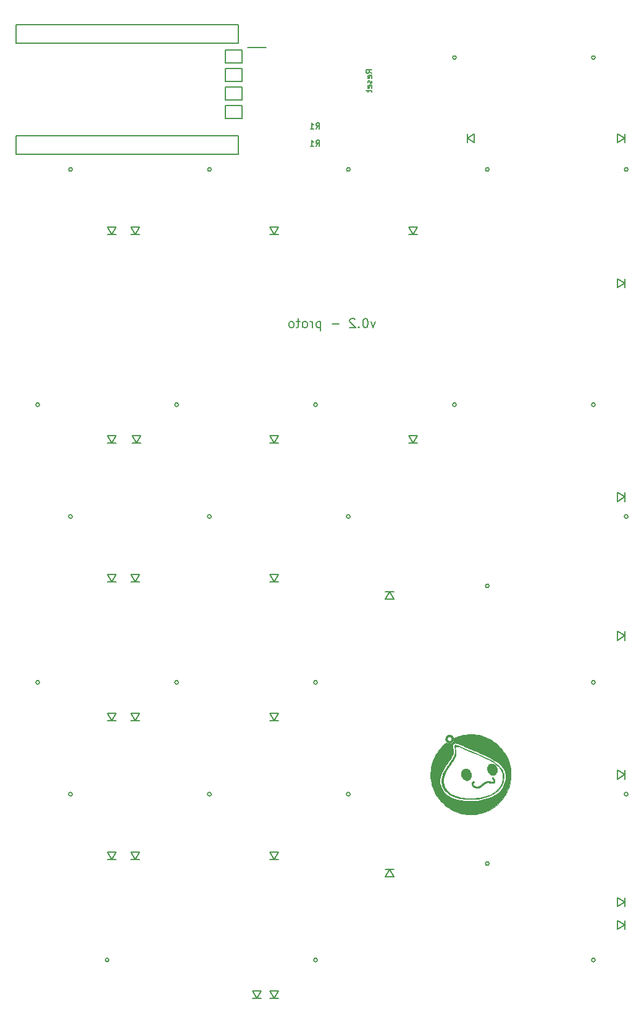
<source format=gbo>
G04 #@! TF.GenerationSoftware,KiCad,Pcbnew,(5.0.0)*
G04 #@! TF.CreationDate,2018-09-18T23:33:11-07:00*
G04 #@! TF.ProjectId,chiral,63686972616C2E6B696361645F706362,v0.2*
G04 #@! TF.SameCoordinates,Original*
G04 #@! TF.FileFunction,Legend,Bot*
G04 #@! TF.FilePolarity,Positive*
%FSLAX46Y46*%
G04 Gerber Fmt 4.6, Leading zero omitted, Abs format (unit mm)*
G04 Created by KiCad (PCBNEW (5.0.0)) date 09/18/18 23:33:11*
%MOMM*%
%LPD*%
G01*
G04 APERTURE LIST*
%ADD10C,0.200000*%
%ADD11C,0.010000*%
%ADD12C,0.150000*%
G04 APERTURE END LIST*
D10*
X91677380Y-80694642D02*
X91379761Y-81527976D01*
X91082142Y-80694642D01*
X90367857Y-80277976D02*
X90248809Y-80277976D01*
X90129761Y-80337500D01*
X90070238Y-80397023D01*
X90010714Y-80516071D01*
X89951190Y-80754166D01*
X89951190Y-81051785D01*
X90010714Y-81289880D01*
X90070238Y-81408928D01*
X90129761Y-81468452D01*
X90248809Y-81527976D01*
X90367857Y-81527976D01*
X90486904Y-81468452D01*
X90546428Y-81408928D01*
X90605952Y-81289880D01*
X90665476Y-81051785D01*
X90665476Y-80754166D01*
X90605952Y-80516071D01*
X90546428Y-80397023D01*
X90486904Y-80337500D01*
X90367857Y-80277976D01*
X89415476Y-81408928D02*
X89355952Y-81468452D01*
X89415476Y-81527976D01*
X89475000Y-81468452D01*
X89415476Y-81408928D01*
X89415476Y-81527976D01*
X88879761Y-80397023D02*
X88820238Y-80337500D01*
X88701190Y-80277976D01*
X88403571Y-80277976D01*
X88284523Y-80337500D01*
X88225000Y-80397023D01*
X88165476Y-80516071D01*
X88165476Y-80635119D01*
X88225000Y-80813690D01*
X88939285Y-81527976D01*
X88165476Y-81527976D01*
X86677380Y-81051785D02*
X85725000Y-81051785D01*
X84177380Y-80694642D02*
X84177380Y-81944642D01*
X84177380Y-80754166D02*
X84058333Y-80694642D01*
X83820238Y-80694642D01*
X83701190Y-80754166D01*
X83641666Y-80813690D01*
X83582142Y-80932738D01*
X83582142Y-81289880D01*
X83641666Y-81408928D01*
X83701190Y-81468452D01*
X83820238Y-81527976D01*
X84058333Y-81527976D01*
X84177380Y-81468452D01*
X83046428Y-81527976D02*
X83046428Y-80694642D01*
X83046428Y-80932738D02*
X82986904Y-80813690D01*
X82927380Y-80754166D01*
X82808333Y-80694642D01*
X82689285Y-80694642D01*
X82094047Y-81527976D02*
X82213095Y-81468452D01*
X82272619Y-81408928D01*
X82332142Y-81289880D01*
X82332142Y-80932738D01*
X82272619Y-80813690D01*
X82213095Y-80754166D01*
X82094047Y-80694642D01*
X81915476Y-80694642D01*
X81796428Y-80754166D01*
X81736904Y-80813690D01*
X81677380Y-80932738D01*
X81677380Y-81289880D01*
X81736904Y-81408928D01*
X81796428Y-81468452D01*
X81915476Y-81527976D01*
X82094047Y-81527976D01*
X81320238Y-80694642D02*
X80844047Y-80694642D01*
X81141666Y-80277976D02*
X81141666Y-81349404D01*
X81082142Y-81468452D01*
X80963095Y-81527976D01*
X80844047Y-81527976D01*
X80248809Y-81527976D02*
X80367857Y-81468452D01*
X80427380Y-81408928D01*
X80486904Y-81289880D01*
X80486904Y-80932738D01*
X80427380Y-80813690D01*
X80367857Y-80754166D01*
X80248809Y-80694642D01*
X80070238Y-80694642D01*
X79951190Y-80754166D01*
X79891666Y-80813690D01*
X79832142Y-80932738D01*
X79832142Y-81289880D01*
X79891666Y-81408928D01*
X79951190Y-81468452D01*
X80070238Y-81527976D01*
X80248809Y-81527976D01*
D11*
G04 #@! TO.C,LOGO1*
G36*
X107528865Y-141358781D02*
X107427860Y-141382030D01*
X107332831Y-141425249D01*
X107245070Y-141488082D01*
X107210069Y-141520861D01*
X107138209Y-141606402D01*
X107083619Y-141701022D01*
X107045743Y-141806204D01*
X107024028Y-141923428D01*
X107017856Y-142035375D01*
X107021874Y-142142933D01*
X107036023Y-142239765D01*
X107062028Y-142333176D01*
X107101613Y-142430472D01*
X107120230Y-142469291D01*
X107187599Y-142584940D01*
X107267204Y-142686176D01*
X107357500Y-142771588D01*
X107456940Y-142839766D01*
X107563979Y-142889298D01*
X107589906Y-142898029D01*
X107663598Y-142915101D01*
X107744562Y-142923890D01*
X107824117Y-142923922D01*
X107893587Y-142914722D01*
X107893902Y-142914650D01*
X107992378Y-142881749D01*
X108081519Y-142831186D01*
X108160255Y-142764788D01*
X108227516Y-142684379D01*
X108282232Y-142591785D01*
X108323331Y-142488831D01*
X108349745Y-142377342D01*
X108360403Y-142259143D01*
X108354235Y-142136061D01*
X108353568Y-142130625D01*
X108327684Y-141997421D01*
X108285275Y-141871953D01*
X108227735Y-141755951D01*
X108156461Y-141651148D01*
X108072848Y-141559276D01*
X107978292Y-141482067D01*
X107874188Y-141421254D01*
X107761932Y-141378568D01*
X107743633Y-141373620D01*
X107634554Y-141355859D01*
X107528865Y-141358781D01*
X107528865Y-141358781D01*
G37*
X107528865Y-141358781D02*
X107427860Y-141382030D01*
X107332831Y-141425249D01*
X107245070Y-141488082D01*
X107210069Y-141520861D01*
X107138209Y-141606402D01*
X107083619Y-141701022D01*
X107045743Y-141806204D01*
X107024028Y-141923428D01*
X107017856Y-142035375D01*
X107021874Y-142142933D01*
X107036023Y-142239765D01*
X107062028Y-142333176D01*
X107101613Y-142430472D01*
X107120230Y-142469291D01*
X107187599Y-142584940D01*
X107267204Y-142686176D01*
X107357500Y-142771588D01*
X107456940Y-142839766D01*
X107563979Y-142889298D01*
X107589906Y-142898029D01*
X107663598Y-142915101D01*
X107744562Y-142923890D01*
X107824117Y-142923922D01*
X107893587Y-142914722D01*
X107893902Y-142914650D01*
X107992378Y-142881749D01*
X108081519Y-142831186D01*
X108160255Y-142764788D01*
X108227516Y-142684379D01*
X108282232Y-142591785D01*
X108323331Y-142488831D01*
X108349745Y-142377342D01*
X108360403Y-142259143D01*
X108354235Y-142136061D01*
X108353568Y-142130625D01*
X108327684Y-141997421D01*
X108285275Y-141871953D01*
X108227735Y-141755951D01*
X108156461Y-141651148D01*
X108072848Y-141559276D01*
X107978292Y-141482067D01*
X107874188Y-141421254D01*
X107761932Y-141378568D01*
X107743633Y-141373620D01*
X107634554Y-141355859D01*
X107528865Y-141358781D01*
G36*
X103936476Y-142054064D02*
X103844106Y-142076490D01*
X103759807Y-142116147D01*
X103679869Y-142174570D01*
X103637532Y-142214138D01*
X103571088Y-142291835D01*
X103519124Y-142378363D01*
X103479417Y-142477827D01*
X103462527Y-142537415D01*
X103453365Y-142577233D01*
X103447393Y-142613538D01*
X103444204Y-142652043D01*
X103443394Y-142698463D01*
X103444556Y-142758511D01*
X103445255Y-142780832D01*
X103451715Y-142882224D01*
X103464862Y-142969786D01*
X103486307Y-143050237D01*
X103517661Y-143130295D01*
X103540609Y-143178375D01*
X103606673Y-143291016D01*
X103683829Y-143390078D01*
X103770335Y-143474577D01*
X103864444Y-143543530D01*
X103964414Y-143595952D01*
X104068501Y-143630861D01*
X104174960Y-143647272D01*
X104282047Y-143644203D01*
X104346008Y-143632569D01*
X104438840Y-143600122D01*
X104526957Y-143550336D01*
X104603939Y-143486971D01*
X104616013Y-143474525D01*
X104673715Y-143405700D01*
X104719315Y-143333722D01*
X104757174Y-143251215D01*
X104772347Y-143210125D01*
X104783598Y-143176386D01*
X104791579Y-143147038D01*
X104796857Y-143117249D01*
X104800002Y-143082185D01*
X104801582Y-143037014D01*
X104802166Y-142976904D01*
X104802230Y-142956125D01*
X104801789Y-142882943D01*
X104799827Y-142826183D01*
X104795966Y-142781131D01*
X104789827Y-142743071D01*
X104782782Y-142713602D01*
X104736761Y-142579417D01*
X104674650Y-142454849D01*
X104598086Y-142342716D01*
X104513794Y-142250595D01*
X104417284Y-142170629D01*
X104318413Y-142111131D01*
X104215588Y-142071419D01*
X104107219Y-142050808D01*
X104040625Y-142047334D01*
X103936476Y-142054064D01*
X103936476Y-142054064D01*
G37*
X103936476Y-142054064D02*
X103844106Y-142076490D01*
X103759807Y-142116147D01*
X103679869Y-142174570D01*
X103637532Y-142214138D01*
X103571088Y-142291835D01*
X103519124Y-142378363D01*
X103479417Y-142477827D01*
X103462527Y-142537415D01*
X103453365Y-142577233D01*
X103447393Y-142613538D01*
X103444204Y-142652043D01*
X103443394Y-142698463D01*
X103444556Y-142758511D01*
X103445255Y-142780832D01*
X103451715Y-142882224D01*
X103464862Y-142969786D01*
X103486307Y-143050237D01*
X103517661Y-143130295D01*
X103540609Y-143178375D01*
X103606673Y-143291016D01*
X103683829Y-143390078D01*
X103770335Y-143474577D01*
X103864444Y-143543530D01*
X103964414Y-143595952D01*
X104068501Y-143630861D01*
X104174960Y-143647272D01*
X104282047Y-143644203D01*
X104346008Y-143632569D01*
X104438840Y-143600122D01*
X104526957Y-143550336D01*
X104603939Y-143486971D01*
X104616013Y-143474525D01*
X104673715Y-143405700D01*
X104719315Y-143333722D01*
X104757174Y-143251215D01*
X104772347Y-143210125D01*
X104783598Y-143176386D01*
X104791579Y-143147038D01*
X104796857Y-143117249D01*
X104800002Y-143082185D01*
X104801582Y-143037014D01*
X104802166Y-142976904D01*
X104802230Y-142956125D01*
X104801789Y-142882943D01*
X104799827Y-142826183D01*
X104795966Y-142781131D01*
X104789827Y-142743071D01*
X104782782Y-142713602D01*
X104736761Y-142579417D01*
X104674650Y-142454849D01*
X104598086Y-142342716D01*
X104513794Y-142250595D01*
X104417284Y-142170629D01*
X104318413Y-142111131D01*
X104215588Y-142071419D01*
X104107219Y-142050808D01*
X104040625Y-142047334D01*
X103936476Y-142054064D01*
G36*
X107732559Y-143229669D02*
X107696916Y-143247026D01*
X107691394Y-143251977D01*
X107673640Y-143274743D01*
X107666189Y-143299766D01*
X107669670Y-143330221D01*
X107684710Y-143369283D01*
X107711938Y-143420129D01*
X107730936Y-143451976D01*
X107785245Y-143545995D01*
X107825891Y-143627427D01*
X107852710Y-143695733D01*
X107865540Y-143750377D01*
X107864217Y-143790822D01*
X107848579Y-143816528D01*
X107842688Y-143820440D01*
X107814305Y-143828403D01*
X107767738Y-143832051D01*
X107705505Y-143831472D01*
X107630126Y-143826759D01*
X107544120Y-143818001D01*
X107459042Y-143806637D01*
X107356873Y-143793368D01*
X107263121Y-143785585D01*
X107166007Y-143782440D01*
X107120375Y-143782302D01*
X107053698Y-143782893D01*
X107002988Y-143784440D01*
X106963048Y-143787523D01*
X106928683Y-143792721D01*
X106894694Y-143800614D01*
X106855887Y-143811782D01*
X106855792Y-143811810D01*
X106756327Y-143846521D01*
X106661393Y-143889750D01*
X106567870Y-143943463D01*
X106472637Y-144009629D01*
X106372573Y-144090212D01*
X106273709Y-144178640D01*
X106181675Y-144262475D01*
X106100950Y-144331498D01*
X106029045Y-144386950D01*
X105963473Y-144430071D01*
X105901746Y-144462102D01*
X105841377Y-144484283D01*
X105779877Y-144497856D01*
X105714760Y-144504060D01*
X105643538Y-144504138D01*
X105622834Y-144503264D01*
X105503595Y-144490680D01*
X105393850Y-144465805D01*
X105295625Y-144429570D01*
X105210943Y-144382906D01*
X105141830Y-144326746D01*
X105090311Y-144262019D01*
X105087253Y-144256914D01*
X105064755Y-144199033D01*
X105062883Y-144138091D01*
X105081441Y-144074849D01*
X105120238Y-144010069D01*
X105162458Y-143960977D01*
X105188571Y-143931307D01*
X105208332Y-143903691D01*
X105216466Y-143886882D01*
X105216828Y-143846863D01*
X105200350Y-143811196D01*
X105171357Y-143784248D01*
X105134175Y-143770389D01*
X105102204Y-143771491D01*
X105069381Y-143786853D01*
X105031409Y-143817574D01*
X104991901Y-143859745D01*
X104954470Y-143909456D01*
X104922729Y-143962797D01*
X104919483Y-143969238D01*
X104883761Y-144060272D01*
X104868608Y-144147562D01*
X104874141Y-144231736D01*
X104900479Y-144313422D01*
X104947740Y-144393248D01*
X105013965Y-144469773D01*
X105103782Y-144544692D01*
X105207877Y-144604260D01*
X105326364Y-144648515D01*
X105459354Y-144677499D01*
X105606960Y-144691252D01*
X105633417Y-144692075D01*
X105690444Y-144692989D01*
X105741752Y-144693107D01*
X105782719Y-144692468D01*
X105808724Y-144691114D01*
X105813334Y-144690498D01*
X105861695Y-144678405D01*
X105919934Y-144659702D01*
X105979137Y-144637520D01*
X106030392Y-144614993D01*
X106035686Y-144612365D01*
X106084718Y-144584693D01*
X106139035Y-144548149D01*
X106200637Y-144501173D01*
X106271525Y-144442208D01*
X106353700Y-144369695D01*
X106392116Y-144334774D01*
X106474206Y-144260762D01*
X106544771Y-144200106D01*
X106606835Y-144150792D01*
X106663424Y-144110803D01*
X106717564Y-144078124D01*
X106772279Y-144050740D01*
X106830594Y-144026635D01*
X106882250Y-144008230D01*
X106955831Y-143987016D01*
X107029903Y-143973740D01*
X107108771Y-143968216D01*
X107196741Y-143970253D01*
X107298116Y-143979663D01*
X107357474Y-143987396D01*
X107487996Y-144004450D01*
X107599799Y-144016106D01*
X107694658Y-144022246D01*
X107774351Y-144022749D01*
X107840657Y-144017494D01*
X107895352Y-144006362D01*
X107940215Y-143989233D01*
X107977023Y-143965985D01*
X108000933Y-143943906D01*
X108034283Y-143893079D01*
X108052935Y-143829544D01*
X108056895Y-143755818D01*
X108046165Y-143674423D01*
X108020750Y-143587878D01*
X108000299Y-143538525D01*
X107980299Y-143498093D01*
X107954610Y-143450860D01*
X107925566Y-143400602D01*
X107895501Y-143351092D01*
X107866749Y-143306107D01*
X107841646Y-143269421D01*
X107822523Y-143244809D01*
X107813614Y-143236599D01*
X107774528Y-143225808D01*
X107732559Y-143229669D01*
X107732559Y-143229669D01*
G37*
X107732559Y-143229669D02*
X107696916Y-143247026D01*
X107691394Y-143251977D01*
X107673640Y-143274743D01*
X107666189Y-143299766D01*
X107669670Y-143330221D01*
X107684710Y-143369283D01*
X107711938Y-143420129D01*
X107730936Y-143451976D01*
X107785245Y-143545995D01*
X107825891Y-143627427D01*
X107852710Y-143695733D01*
X107865540Y-143750377D01*
X107864217Y-143790822D01*
X107848579Y-143816528D01*
X107842688Y-143820440D01*
X107814305Y-143828403D01*
X107767738Y-143832051D01*
X107705505Y-143831472D01*
X107630126Y-143826759D01*
X107544120Y-143818001D01*
X107459042Y-143806637D01*
X107356873Y-143793368D01*
X107263121Y-143785585D01*
X107166007Y-143782440D01*
X107120375Y-143782302D01*
X107053698Y-143782893D01*
X107002988Y-143784440D01*
X106963048Y-143787523D01*
X106928683Y-143792721D01*
X106894694Y-143800614D01*
X106855887Y-143811782D01*
X106855792Y-143811810D01*
X106756327Y-143846521D01*
X106661393Y-143889750D01*
X106567870Y-143943463D01*
X106472637Y-144009629D01*
X106372573Y-144090212D01*
X106273709Y-144178640D01*
X106181675Y-144262475D01*
X106100950Y-144331498D01*
X106029045Y-144386950D01*
X105963473Y-144430071D01*
X105901746Y-144462102D01*
X105841377Y-144484283D01*
X105779877Y-144497856D01*
X105714760Y-144504060D01*
X105643538Y-144504138D01*
X105622834Y-144503264D01*
X105503595Y-144490680D01*
X105393850Y-144465805D01*
X105295625Y-144429570D01*
X105210943Y-144382906D01*
X105141830Y-144326746D01*
X105090311Y-144262019D01*
X105087253Y-144256914D01*
X105064755Y-144199033D01*
X105062883Y-144138091D01*
X105081441Y-144074849D01*
X105120238Y-144010069D01*
X105162458Y-143960977D01*
X105188571Y-143931307D01*
X105208332Y-143903691D01*
X105216466Y-143886882D01*
X105216828Y-143846863D01*
X105200350Y-143811196D01*
X105171357Y-143784248D01*
X105134175Y-143770389D01*
X105102204Y-143771491D01*
X105069381Y-143786853D01*
X105031409Y-143817574D01*
X104991901Y-143859745D01*
X104954470Y-143909456D01*
X104922729Y-143962797D01*
X104919483Y-143969238D01*
X104883761Y-144060272D01*
X104868608Y-144147562D01*
X104874141Y-144231736D01*
X104900479Y-144313422D01*
X104947740Y-144393248D01*
X105013965Y-144469773D01*
X105103782Y-144544692D01*
X105207877Y-144604260D01*
X105326364Y-144648515D01*
X105459354Y-144677499D01*
X105606960Y-144691252D01*
X105633417Y-144692075D01*
X105690444Y-144692989D01*
X105741752Y-144693107D01*
X105782719Y-144692468D01*
X105808724Y-144691114D01*
X105813334Y-144690498D01*
X105861695Y-144678405D01*
X105919934Y-144659702D01*
X105979137Y-144637520D01*
X106030392Y-144614993D01*
X106035686Y-144612365D01*
X106084718Y-144584693D01*
X106139035Y-144548149D01*
X106200637Y-144501173D01*
X106271525Y-144442208D01*
X106353700Y-144369695D01*
X106392116Y-144334774D01*
X106474206Y-144260762D01*
X106544771Y-144200106D01*
X106606835Y-144150792D01*
X106663424Y-144110803D01*
X106717564Y-144078124D01*
X106772279Y-144050740D01*
X106830594Y-144026635D01*
X106882250Y-144008230D01*
X106955831Y-143987016D01*
X107029903Y-143973740D01*
X107108771Y-143968216D01*
X107196741Y-143970253D01*
X107298116Y-143979663D01*
X107357474Y-143987396D01*
X107487996Y-144004450D01*
X107599799Y-144016106D01*
X107694658Y-144022246D01*
X107774351Y-144022749D01*
X107840657Y-144017494D01*
X107895352Y-144006362D01*
X107940215Y-143989233D01*
X107977023Y-143965985D01*
X108000933Y-143943906D01*
X108034283Y-143893079D01*
X108052935Y-143829544D01*
X108056895Y-143755818D01*
X108046165Y-143674423D01*
X108020750Y-143587878D01*
X108000299Y-143538525D01*
X107980299Y-143498093D01*
X107954610Y-143450860D01*
X107925566Y-143400602D01*
X107895501Y-143351092D01*
X107866749Y-143306107D01*
X107841646Y-143269421D01*
X107822523Y-143244809D01*
X107813614Y-143236599D01*
X107774528Y-143225808D01*
X107732559Y-143229669D01*
G36*
X102639850Y-138808663D02*
X102588124Y-138823250D01*
X102547311Y-138849532D01*
X102541411Y-138855127D01*
X102524055Y-138878424D01*
X102514077Y-138908166D01*
X102511431Y-138947319D01*
X102516072Y-138998845D01*
X102527954Y-139065710D01*
X102537452Y-139109627D01*
X102560941Y-139219245D01*
X102578797Y-139316683D01*
X102592230Y-139409791D01*
X102602451Y-139506416D01*
X102606764Y-139558875D01*
X102612306Y-139699767D01*
X102606128Y-139832177D01*
X102587342Y-139960239D01*
X102555063Y-140088088D01*
X102508402Y-140219857D01*
X102446471Y-140359680D01*
X102425860Y-140401662D01*
X102387458Y-140476163D01*
X102346098Y-140551754D01*
X102300532Y-140630396D01*
X102249513Y-140714049D01*
X102191793Y-140804673D01*
X102126122Y-140904227D01*
X102051254Y-141014671D01*
X101965941Y-141137965D01*
X101869656Y-141275045D01*
X101735928Y-141465958D01*
X101615043Y-141642062D01*
X101506168Y-141804701D01*
X101408469Y-141955221D01*
X101321113Y-142094966D01*
X101243266Y-142225283D01*
X101174096Y-142347515D01*
X101112767Y-142463008D01*
X101058448Y-142573107D01*
X101037800Y-142617458D01*
X100953975Y-142813151D01*
X100886399Y-142998974D01*
X100834384Y-143177752D01*
X100797243Y-143352311D01*
X100774289Y-143525475D01*
X100764833Y-143700072D01*
X100764496Y-143740816D01*
X100774488Y-143953128D01*
X100804452Y-144158440D01*
X100854371Y-144356709D01*
X100924226Y-144547893D01*
X101014000Y-144731951D01*
X101123674Y-144908840D01*
X101253231Y-145078519D01*
X101402654Y-145240945D01*
X101404245Y-145242530D01*
X101575259Y-145397881D01*
X101762992Y-145540323D01*
X101967452Y-145669860D01*
X102188648Y-145786495D01*
X102426587Y-145890229D01*
X102681276Y-145981066D01*
X102952723Y-146059008D01*
X103240935Y-146124058D01*
X103545921Y-146176219D01*
X103867687Y-146215493D01*
X104206242Y-146241884D01*
X104208487Y-146242013D01*
X104267613Y-146244638D01*
X104343080Y-146246824D01*
X104430793Y-146248552D01*
X104526659Y-146249803D01*
X104626582Y-146250559D01*
X104726470Y-146250800D01*
X104822227Y-146250508D01*
X104909760Y-146249665D01*
X104984973Y-146248251D01*
X105043774Y-146246247D01*
X105051334Y-146245874D01*
X105413631Y-146220134D01*
X105760002Y-146181536D01*
X106091492Y-146129870D01*
X106409145Y-146064929D01*
X106714005Y-145986505D01*
X107007116Y-145894389D01*
X107231500Y-145811625D01*
X107491198Y-145700533D01*
X107733266Y-145578694D01*
X107958648Y-145445511D01*
X108168289Y-145300387D01*
X108363134Y-145142725D01*
X108517524Y-144998708D01*
X108680022Y-144822999D01*
X108823295Y-144638445D01*
X108947303Y-144445144D01*
X109052006Y-144243192D01*
X109137364Y-144032687D01*
X109203336Y-143813726D01*
X109249884Y-143586405D01*
X109276967Y-143350822D01*
X109284621Y-143136041D01*
X109151832Y-143136041D01*
X109151025Y-143247288D01*
X109148321Y-143342340D01*
X109143183Y-143426125D01*
X109135075Y-143503573D01*
X109123460Y-143579610D01*
X109107804Y-143659166D01*
X109087570Y-143747169D01*
X109083568Y-143763602D01*
X109018834Y-143984264D01*
X108935172Y-144195578D01*
X108832722Y-144397385D01*
X108711626Y-144589521D01*
X108572025Y-144771827D01*
X108414059Y-144944139D01*
X108237870Y-145106298D01*
X108043598Y-145258141D01*
X107831386Y-145399507D01*
X107601374Y-145530234D01*
X107490792Y-145586185D01*
X107225278Y-145704987D01*
X106944753Y-145809680D01*
X106649055Y-145900303D01*
X106338023Y-145976896D01*
X106011497Y-146039499D01*
X105669316Y-146088149D01*
X105311318Y-146122888D01*
X105284167Y-146124908D01*
X105227607Y-146127929D01*
X105153602Y-146130186D01*
X105065176Y-146131713D01*
X104965350Y-146132542D01*
X104857148Y-146132707D01*
X104743593Y-146132242D01*
X104627707Y-146131180D01*
X104512513Y-146129554D01*
X104401034Y-146127399D01*
X104296293Y-146124747D01*
X104201312Y-146121632D01*
X104119114Y-146118088D01*
X104052722Y-146114147D01*
X104014167Y-146110852D01*
X103713222Y-146073335D01*
X103429999Y-146025467D01*
X103163586Y-145966938D01*
X102913073Y-145897438D01*
X102677548Y-145816656D01*
X102456099Y-145724280D01*
X102247814Y-145620001D01*
X102051781Y-145503508D01*
X101878574Y-145383118D01*
X101783365Y-145306145D01*
X101685314Y-145216329D01*
X101588123Y-145117747D01*
X101495497Y-145014474D01*
X101411137Y-144910588D01*
X101338748Y-144810163D01*
X101295640Y-144741468D01*
X101199023Y-144557865D01*
X101122885Y-144373894D01*
X101066618Y-144187333D01*
X101029615Y-143995960D01*
X101011269Y-143797553D01*
X101008901Y-143691666D01*
X101014057Y-143528970D01*
X101030162Y-143372775D01*
X101058210Y-143217157D01*
X101099198Y-143056192D01*
X101135102Y-142940250D01*
X101172532Y-142832396D01*
X101213664Y-142725664D01*
X101259405Y-142618453D01*
X101310659Y-142509161D01*
X101368333Y-142396187D01*
X101433331Y-142277930D01*
X101506559Y-142152788D01*
X101588922Y-142019162D01*
X101681326Y-141875448D01*
X101784676Y-141720047D01*
X101899878Y-141551357D01*
X102009469Y-141393938D01*
X102101077Y-141262858D01*
X102181301Y-141146981D01*
X102251316Y-141044472D01*
X102312296Y-140953495D01*
X102365416Y-140872217D01*
X102411853Y-140798800D01*
X102452779Y-140731412D01*
X102489372Y-140668216D01*
X102522805Y-140607377D01*
X102554254Y-140547060D01*
X102563652Y-140528444D01*
X102614731Y-140420274D01*
X102655698Y-140318103D01*
X102686767Y-140219064D01*
X102708153Y-140120291D01*
X102720070Y-140018916D01*
X102722732Y-139912072D01*
X102716353Y-139796893D01*
X102701147Y-139670511D01*
X102677329Y-139530060D01*
X102648769Y-139389541D01*
X102633195Y-139300689D01*
X102628601Y-139227537D01*
X102635139Y-139167602D01*
X102652959Y-139118396D01*
X102666561Y-139096465D01*
X102703194Y-139057507D01*
X102750041Y-139024164D01*
X102756208Y-139020774D01*
X102781161Y-139008056D01*
X102802360Y-138999722D01*
X102824998Y-138995051D01*
X102854265Y-138993327D01*
X102895355Y-138993830D01*
X102939959Y-138995343D01*
X102988922Y-138998160D01*
X103037029Y-139003368D01*
X103085987Y-139011606D01*
X103137507Y-139023518D01*
X103193297Y-139039746D01*
X103255065Y-139060930D01*
X103324521Y-139087714D01*
X103403372Y-139120740D01*
X103493329Y-139160649D01*
X103596099Y-139208083D01*
X103713392Y-139263684D01*
X103846916Y-139328095D01*
X103918917Y-139363130D01*
X104019444Y-139411803D01*
X104112591Y-139456061D01*
X104201772Y-139497395D01*
X104290400Y-139537297D01*
X104381886Y-139577258D01*
X104479645Y-139618771D01*
X104587090Y-139663325D01*
X104707631Y-139712414D01*
X104839667Y-139765519D01*
X105104283Y-139871966D01*
X105350304Y-139971983D01*
X105579099Y-140066174D01*
X105792038Y-140155141D01*
X105990489Y-140239490D01*
X106175821Y-140319823D01*
X106349404Y-140396743D01*
X106512606Y-140470855D01*
X106666796Y-140542761D01*
X106813345Y-140613066D01*
X106953620Y-140682373D01*
X107088990Y-140751285D01*
X107161354Y-140788977D01*
X107399005Y-140917458D01*
X107617174Y-141043272D01*
X107817233Y-141167363D01*
X108000557Y-141290677D01*
X108168518Y-141414158D01*
X108322490Y-141538753D01*
X108463847Y-141665405D01*
X108533750Y-141733318D01*
X108673464Y-141881991D01*
X108793479Y-142029622D01*
X108895023Y-142178335D01*
X108979326Y-142330257D01*
X109047616Y-142487512D01*
X109101122Y-142652225D01*
X109127696Y-142760333D01*
X109135407Y-142797670D01*
X109141301Y-142832308D01*
X109145614Y-142867939D01*
X109148585Y-142908254D01*
X109150450Y-142956948D01*
X109151446Y-143017711D01*
X109151811Y-143094237D01*
X109151832Y-143136041D01*
X109284621Y-143136041D01*
X109284667Y-143134763D01*
X109277850Y-142956182D01*
X109256745Y-142788505D01*
X109220373Y-142628872D01*
X109167755Y-142474420D01*
X109097911Y-142322289D01*
X109009861Y-142169618D01*
X108902626Y-142013546D01*
X108899201Y-142008916D01*
X108855416Y-141954036D01*
X108798492Y-141889089D01*
X108731714Y-141817362D01*
X108658367Y-141742140D01*
X108581736Y-141666712D01*
X108505105Y-141594362D01*
X108431759Y-141528379D01*
X108364982Y-141472047D01*
X108353334Y-141462728D01*
X108231455Y-141368818D01*
X108104359Y-141276207D01*
X107971148Y-141184446D01*
X107830925Y-141093083D01*
X107682791Y-141001667D01*
X107525848Y-140909748D01*
X107359197Y-140816875D01*
X107181942Y-140722597D01*
X106993184Y-140626464D01*
X106792024Y-140528025D01*
X106577565Y-140426829D01*
X106348909Y-140322426D01*
X106105158Y-140214364D01*
X105845413Y-140102194D01*
X105568777Y-139985464D01*
X105274351Y-139863723D01*
X104961238Y-139736522D01*
X104725386Y-139641966D01*
X104603770Y-139593458D01*
X104499276Y-139551720D01*
X104409380Y-139515648D01*
X104331558Y-139484134D01*
X104263287Y-139456073D01*
X104202041Y-139430358D01*
X104145298Y-139405884D01*
X104090532Y-139381543D01*
X104035221Y-139356231D01*
X103976839Y-139328840D01*
X103912863Y-139298265D01*
X103840769Y-139263399D01*
X103758033Y-139223136D01*
X103662131Y-139176370D01*
X103654334Y-139172568D01*
X103561304Y-139127534D01*
X103468352Y-139083148D01*
X103378477Y-139040796D01*
X103294675Y-139001869D01*
X103219942Y-138967755D01*
X103157276Y-138939843D01*
X103109673Y-138919521D01*
X103098709Y-138915085D01*
X102976760Y-138869512D01*
X102870943Y-138836196D01*
X102780216Y-138815024D01*
X102703532Y-138805883D01*
X102639850Y-138808663D01*
X102639850Y-138808663D01*
G37*
X102639850Y-138808663D02*
X102588124Y-138823250D01*
X102547311Y-138849532D01*
X102541411Y-138855127D01*
X102524055Y-138878424D01*
X102514077Y-138908166D01*
X102511431Y-138947319D01*
X102516072Y-138998845D01*
X102527954Y-139065710D01*
X102537452Y-139109627D01*
X102560941Y-139219245D01*
X102578797Y-139316683D01*
X102592230Y-139409791D01*
X102602451Y-139506416D01*
X102606764Y-139558875D01*
X102612306Y-139699767D01*
X102606128Y-139832177D01*
X102587342Y-139960239D01*
X102555063Y-140088088D01*
X102508402Y-140219857D01*
X102446471Y-140359680D01*
X102425860Y-140401662D01*
X102387458Y-140476163D01*
X102346098Y-140551754D01*
X102300532Y-140630396D01*
X102249513Y-140714049D01*
X102191793Y-140804673D01*
X102126122Y-140904227D01*
X102051254Y-141014671D01*
X101965941Y-141137965D01*
X101869656Y-141275045D01*
X101735928Y-141465958D01*
X101615043Y-141642062D01*
X101506168Y-141804701D01*
X101408469Y-141955221D01*
X101321113Y-142094966D01*
X101243266Y-142225283D01*
X101174096Y-142347515D01*
X101112767Y-142463008D01*
X101058448Y-142573107D01*
X101037800Y-142617458D01*
X100953975Y-142813151D01*
X100886399Y-142998974D01*
X100834384Y-143177752D01*
X100797243Y-143352311D01*
X100774289Y-143525475D01*
X100764833Y-143700072D01*
X100764496Y-143740816D01*
X100774488Y-143953128D01*
X100804452Y-144158440D01*
X100854371Y-144356709D01*
X100924226Y-144547893D01*
X101014000Y-144731951D01*
X101123674Y-144908840D01*
X101253231Y-145078519D01*
X101402654Y-145240945D01*
X101404245Y-145242530D01*
X101575259Y-145397881D01*
X101762992Y-145540323D01*
X101967452Y-145669860D01*
X102188648Y-145786495D01*
X102426587Y-145890229D01*
X102681276Y-145981066D01*
X102952723Y-146059008D01*
X103240935Y-146124058D01*
X103545921Y-146176219D01*
X103867687Y-146215493D01*
X104206242Y-146241884D01*
X104208487Y-146242013D01*
X104267613Y-146244638D01*
X104343080Y-146246824D01*
X104430793Y-146248552D01*
X104526659Y-146249803D01*
X104626582Y-146250559D01*
X104726470Y-146250800D01*
X104822227Y-146250508D01*
X104909760Y-146249665D01*
X104984973Y-146248251D01*
X105043774Y-146246247D01*
X105051334Y-146245874D01*
X105413631Y-146220134D01*
X105760002Y-146181536D01*
X106091492Y-146129870D01*
X106409145Y-146064929D01*
X106714005Y-145986505D01*
X107007116Y-145894389D01*
X107231500Y-145811625D01*
X107491198Y-145700533D01*
X107733266Y-145578694D01*
X107958648Y-145445511D01*
X108168289Y-145300387D01*
X108363134Y-145142725D01*
X108517524Y-144998708D01*
X108680022Y-144822999D01*
X108823295Y-144638445D01*
X108947303Y-144445144D01*
X109052006Y-144243192D01*
X109137364Y-144032687D01*
X109203336Y-143813726D01*
X109249884Y-143586405D01*
X109276967Y-143350822D01*
X109284621Y-143136041D01*
X109151832Y-143136041D01*
X109151025Y-143247288D01*
X109148321Y-143342340D01*
X109143183Y-143426125D01*
X109135075Y-143503573D01*
X109123460Y-143579610D01*
X109107804Y-143659166D01*
X109087570Y-143747169D01*
X109083568Y-143763602D01*
X109018834Y-143984264D01*
X108935172Y-144195578D01*
X108832722Y-144397385D01*
X108711626Y-144589521D01*
X108572025Y-144771827D01*
X108414059Y-144944139D01*
X108237870Y-145106298D01*
X108043598Y-145258141D01*
X107831386Y-145399507D01*
X107601374Y-145530234D01*
X107490792Y-145586185D01*
X107225278Y-145704987D01*
X106944753Y-145809680D01*
X106649055Y-145900303D01*
X106338023Y-145976896D01*
X106011497Y-146039499D01*
X105669316Y-146088149D01*
X105311318Y-146122888D01*
X105284167Y-146124908D01*
X105227607Y-146127929D01*
X105153602Y-146130186D01*
X105065176Y-146131713D01*
X104965350Y-146132542D01*
X104857148Y-146132707D01*
X104743593Y-146132242D01*
X104627707Y-146131180D01*
X104512513Y-146129554D01*
X104401034Y-146127399D01*
X104296293Y-146124747D01*
X104201312Y-146121632D01*
X104119114Y-146118088D01*
X104052722Y-146114147D01*
X104014167Y-146110852D01*
X103713222Y-146073335D01*
X103429999Y-146025467D01*
X103163586Y-145966938D01*
X102913073Y-145897438D01*
X102677548Y-145816656D01*
X102456099Y-145724280D01*
X102247814Y-145620001D01*
X102051781Y-145503508D01*
X101878574Y-145383118D01*
X101783365Y-145306145D01*
X101685314Y-145216329D01*
X101588123Y-145117747D01*
X101495497Y-145014474D01*
X101411137Y-144910588D01*
X101338748Y-144810163D01*
X101295640Y-144741468D01*
X101199023Y-144557865D01*
X101122885Y-144373894D01*
X101066618Y-144187333D01*
X101029615Y-143995960D01*
X101011269Y-143797553D01*
X101008901Y-143691666D01*
X101014057Y-143528970D01*
X101030162Y-143372775D01*
X101058210Y-143217157D01*
X101099198Y-143056192D01*
X101135102Y-142940250D01*
X101172532Y-142832396D01*
X101213664Y-142725664D01*
X101259405Y-142618453D01*
X101310659Y-142509161D01*
X101368333Y-142396187D01*
X101433331Y-142277930D01*
X101506559Y-142152788D01*
X101588922Y-142019162D01*
X101681326Y-141875448D01*
X101784676Y-141720047D01*
X101899878Y-141551357D01*
X102009469Y-141393938D01*
X102101077Y-141262858D01*
X102181301Y-141146981D01*
X102251316Y-141044472D01*
X102312296Y-140953495D01*
X102365416Y-140872217D01*
X102411853Y-140798800D01*
X102452779Y-140731412D01*
X102489372Y-140668216D01*
X102522805Y-140607377D01*
X102554254Y-140547060D01*
X102563652Y-140528444D01*
X102614731Y-140420274D01*
X102655698Y-140318103D01*
X102686767Y-140219064D01*
X102708153Y-140120291D01*
X102720070Y-140018916D01*
X102722732Y-139912072D01*
X102716353Y-139796893D01*
X102701147Y-139670511D01*
X102677329Y-139530060D01*
X102648769Y-139389541D01*
X102633195Y-139300689D01*
X102628601Y-139227537D01*
X102635139Y-139167602D01*
X102652959Y-139118396D01*
X102666561Y-139096465D01*
X102703194Y-139057507D01*
X102750041Y-139024164D01*
X102756208Y-139020774D01*
X102781161Y-139008056D01*
X102802360Y-138999722D01*
X102824998Y-138995051D01*
X102854265Y-138993327D01*
X102895355Y-138993830D01*
X102939959Y-138995343D01*
X102988922Y-138998160D01*
X103037029Y-139003368D01*
X103085987Y-139011606D01*
X103137507Y-139023518D01*
X103193297Y-139039746D01*
X103255065Y-139060930D01*
X103324521Y-139087714D01*
X103403372Y-139120740D01*
X103493329Y-139160649D01*
X103596099Y-139208083D01*
X103713392Y-139263684D01*
X103846916Y-139328095D01*
X103918917Y-139363130D01*
X104019444Y-139411803D01*
X104112591Y-139456061D01*
X104201772Y-139497395D01*
X104290400Y-139537297D01*
X104381886Y-139577258D01*
X104479645Y-139618771D01*
X104587090Y-139663325D01*
X104707631Y-139712414D01*
X104839667Y-139765519D01*
X105104283Y-139871966D01*
X105350304Y-139971983D01*
X105579099Y-140066174D01*
X105792038Y-140155141D01*
X105990489Y-140239490D01*
X106175821Y-140319823D01*
X106349404Y-140396743D01*
X106512606Y-140470855D01*
X106666796Y-140542761D01*
X106813345Y-140613066D01*
X106953620Y-140682373D01*
X107088990Y-140751285D01*
X107161354Y-140788977D01*
X107399005Y-140917458D01*
X107617174Y-141043272D01*
X107817233Y-141167363D01*
X108000557Y-141290677D01*
X108168518Y-141414158D01*
X108322490Y-141538753D01*
X108463847Y-141665405D01*
X108533750Y-141733318D01*
X108673464Y-141881991D01*
X108793479Y-142029622D01*
X108895023Y-142178335D01*
X108979326Y-142330257D01*
X109047616Y-142487512D01*
X109101122Y-142652225D01*
X109127696Y-142760333D01*
X109135407Y-142797670D01*
X109141301Y-142832308D01*
X109145614Y-142867939D01*
X109148585Y-142908254D01*
X109150450Y-142956948D01*
X109151446Y-143017711D01*
X109151811Y-143094237D01*
X109151832Y-143136041D01*
X109284621Y-143136041D01*
X109284667Y-143134763D01*
X109277850Y-142956182D01*
X109256745Y-142788505D01*
X109220373Y-142628872D01*
X109167755Y-142474420D01*
X109097911Y-142322289D01*
X109009861Y-142169618D01*
X108902626Y-142013546D01*
X108899201Y-142008916D01*
X108855416Y-141954036D01*
X108798492Y-141889089D01*
X108731714Y-141817362D01*
X108658367Y-141742140D01*
X108581736Y-141666712D01*
X108505105Y-141594362D01*
X108431759Y-141528379D01*
X108364982Y-141472047D01*
X108353334Y-141462728D01*
X108231455Y-141368818D01*
X108104359Y-141276207D01*
X107971148Y-141184446D01*
X107830925Y-141093083D01*
X107682791Y-141001667D01*
X107525848Y-140909748D01*
X107359197Y-140816875D01*
X107181942Y-140722597D01*
X106993184Y-140626464D01*
X106792024Y-140528025D01*
X106577565Y-140426829D01*
X106348909Y-140322426D01*
X106105158Y-140214364D01*
X105845413Y-140102194D01*
X105568777Y-139985464D01*
X105274351Y-139863723D01*
X104961238Y-139736522D01*
X104725386Y-139641966D01*
X104603770Y-139593458D01*
X104499276Y-139551720D01*
X104409380Y-139515648D01*
X104331558Y-139484134D01*
X104263287Y-139456073D01*
X104202041Y-139430358D01*
X104145298Y-139405884D01*
X104090532Y-139381543D01*
X104035221Y-139356231D01*
X103976839Y-139328840D01*
X103912863Y-139298265D01*
X103840769Y-139263399D01*
X103758033Y-139223136D01*
X103662131Y-139176370D01*
X103654334Y-139172568D01*
X103561304Y-139127534D01*
X103468352Y-139083148D01*
X103378477Y-139040796D01*
X103294675Y-139001869D01*
X103219942Y-138967755D01*
X103157276Y-138939843D01*
X103109673Y-138919521D01*
X103098709Y-138915085D01*
X102976760Y-138869512D01*
X102870943Y-138836196D01*
X102780216Y-138815024D01*
X102703532Y-138805883D01*
X102639850Y-138808663D01*
G36*
X101687440Y-137421381D02*
X101592066Y-137456374D01*
X101503959Y-137509584D01*
X101442276Y-137563144D01*
X101374899Y-137641953D01*
X101327146Y-137723990D01*
X101297550Y-137812837D01*
X101284640Y-137912075D01*
X101283793Y-137949786D01*
X101292964Y-138058168D01*
X101320428Y-138156263D01*
X101366614Y-138245138D01*
X101431950Y-138325857D01*
X101437127Y-138331105D01*
X101518566Y-138398448D01*
X101609994Y-138448754D01*
X101708366Y-138481085D01*
X101810635Y-138494503D01*
X101913757Y-138488070D01*
X101934542Y-138484252D01*
X102032917Y-138455067D01*
X102120324Y-138409313D01*
X102199957Y-138345164D01*
X102227938Y-138316566D01*
X102290005Y-138234930D01*
X102334130Y-138145775D01*
X102360733Y-138051679D01*
X102370233Y-137955223D01*
X102367240Y-137915118D01*
X102114511Y-137915118D01*
X102114374Y-137981147D01*
X102096517Y-138048041D01*
X102063504Y-138110616D01*
X102017896Y-138163685D01*
X101976454Y-138194431D01*
X101908683Y-138226269D01*
X101843599Y-138239186D01*
X101775938Y-138233878D01*
X101742217Y-138225424D01*
X101685603Y-138199371D01*
X101631555Y-138158070D01*
X101586401Y-138107101D01*
X101562703Y-138067028D01*
X101540698Y-137996286D01*
X101538098Y-137924302D01*
X101553662Y-137854496D01*
X101586150Y-137790288D01*
X101634319Y-137735097D01*
X101696928Y-137692343D01*
X101699119Y-137691237D01*
X101770546Y-137666293D01*
X101842214Y-137660755D01*
X101911277Y-137673088D01*
X101974886Y-137701756D01*
X102030195Y-137745226D01*
X102074355Y-137801963D01*
X102104520Y-137870431D01*
X102114511Y-137915118D01*
X102367240Y-137915118D01*
X102363049Y-137858987D01*
X102339600Y-137765551D01*
X102300306Y-137677495D01*
X102245586Y-137597400D01*
X102175859Y-137527845D01*
X102091544Y-137471410D01*
X102090512Y-137470859D01*
X101991616Y-137429345D01*
X101889769Y-137407503D01*
X101787526Y-137404970D01*
X101687440Y-137421381D01*
X101687440Y-137421381D01*
G37*
X101687440Y-137421381D02*
X101592066Y-137456374D01*
X101503959Y-137509584D01*
X101442276Y-137563144D01*
X101374899Y-137641953D01*
X101327146Y-137723990D01*
X101297550Y-137812837D01*
X101284640Y-137912075D01*
X101283793Y-137949786D01*
X101292964Y-138058168D01*
X101320428Y-138156263D01*
X101366614Y-138245138D01*
X101431950Y-138325857D01*
X101437127Y-138331105D01*
X101518566Y-138398448D01*
X101609994Y-138448754D01*
X101708366Y-138481085D01*
X101810635Y-138494503D01*
X101913757Y-138488070D01*
X101934542Y-138484252D01*
X102032917Y-138455067D01*
X102120324Y-138409313D01*
X102199957Y-138345164D01*
X102227938Y-138316566D01*
X102290005Y-138234930D01*
X102334130Y-138145775D01*
X102360733Y-138051679D01*
X102370233Y-137955223D01*
X102367240Y-137915118D01*
X102114511Y-137915118D01*
X102114374Y-137981147D01*
X102096517Y-138048041D01*
X102063504Y-138110616D01*
X102017896Y-138163685D01*
X101976454Y-138194431D01*
X101908683Y-138226269D01*
X101843599Y-138239186D01*
X101775938Y-138233878D01*
X101742217Y-138225424D01*
X101685603Y-138199371D01*
X101631555Y-138158070D01*
X101586401Y-138107101D01*
X101562703Y-138067028D01*
X101540698Y-137996286D01*
X101538098Y-137924302D01*
X101553662Y-137854496D01*
X101586150Y-137790288D01*
X101634319Y-137735097D01*
X101696928Y-137692343D01*
X101699119Y-137691237D01*
X101770546Y-137666293D01*
X101842214Y-137660755D01*
X101911277Y-137673088D01*
X101974886Y-137701756D01*
X102030195Y-137745226D01*
X102074355Y-137801963D01*
X102104520Y-137870431D01*
X102114511Y-137915118D01*
X102367240Y-137915118D01*
X102363049Y-137858987D01*
X102339600Y-137765551D01*
X102300306Y-137677495D01*
X102245586Y-137597400D01*
X102175859Y-137527845D01*
X102091544Y-137471410D01*
X102090512Y-137470859D01*
X101991616Y-137429345D01*
X101889769Y-137407503D01*
X101787526Y-137404970D01*
X101687440Y-137421381D01*
G36*
X104484196Y-137358653D02*
X104151842Y-137384570D01*
X103821731Y-137430400D01*
X103495091Y-137496109D01*
X103173152Y-137581661D01*
X102857141Y-137687022D01*
X102749459Y-137728062D01*
X102689389Y-137751883D01*
X102632321Y-137774820D01*
X102582830Y-137795013D01*
X102545495Y-137810599D01*
X102529855Y-137817403D01*
X102479584Y-137840073D01*
X102479584Y-137946530D01*
X102472038Y-138061394D01*
X102448556Y-138164098D01*
X102407869Y-138257742D01*
X102348710Y-138345424D01*
X102289550Y-138411049D01*
X102202152Y-138486898D01*
X102110437Y-138542936D01*
X102011793Y-138580230D01*
X101903607Y-138599848D01*
X101818125Y-138603625D01*
X101699454Y-138593226D01*
X101588430Y-138563121D01*
X101484791Y-138513240D01*
X101481238Y-138511101D01*
X101419517Y-138473677D01*
X101375405Y-138507937D01*
X101253375Y-138606722D01*
X101124290Y-138718476D01*
X100992976Y-138838654D01*
X100864263Y-138962709D01*
X100742979Y-139086094D01*
X100633952Y-139204265D01*
X100624529Y-139214916D01*
X100405627Y-139479115D01*
X100204853Y-139754105D01*
X100022416Y-140039413D01*
X99858525Y-140334565D01*
X99713388Y-140639087D01*
X99587214Y-140952507D01*
X99480211Y-141274349D01*
X99392589Y-141604141D01*
X99324555Y-141941408D01*
X99277671Y-142273500D01*
X99271004Y-142346829D01*
X99265291Y-142437018D01*
X99260603Y-142539778D01*
X99257015Y-142650820D01*
X99254596Y-142765856D01*
X99253421Y-142880596D01*
X99253562Y-142990752D01*
X99255090Y-143092036D01*
X99258078Y-143180158D01*
X99261437Y-143236583D01*
X99297925Y-143582217D01*
X99354465Y-143921264D01*
X99430946Y-144253426D01*
X99527258Y-144578405D01*
X99643289Y-144895902D01*
X99778928Y-145205619D01*
X99934065Y-145507258D01*
X100108590Y-145800519D01*
X100302390Y-146085106D01*
X100336151Y-146131125D01*
X100499390Y-146338846D01*
X100679610Y-146545384D01*
X100872816Y-146746725D01*
X101075013Y-146938854D01*
X101282204Y-147117759D01*
X101447709Y-147247793D01*
X101725077Y-147443374D01*
X102010149Y-147619461D01*
X102304147Y-147776694D01*
X102608295Y-147915713D01*
X102923812Y-148037158D01*
X103014042Y-148067994D01*
X103313057Y-148158812D01*
X103610022Y-148231208D01*
X103909803Y-148286152D01*
X104217266Y-148324612D01*
X104368709Y-148337480D01*
X104436765Y-148341216D01*
X104521149Y-148343956D01*
X104617047Y-148345706D01*
X104719645Y-148346470D01*
X104824126Y-148346252D01*
X104925678Y-148345059D01*
X105019486Y-148342894D01*
X105100734Y-148339763D01*
X105151875Y-148336684D01*
X105437489Y-148307219D01*
X105729662Y-148261171D01*
X106022985Y-148199414D01*
X106067334Y-148188706D01*
X106391510Y-148098278D01*
X106708409Y-147988280D01*
X107017187Y-147859303D01*
X107317001Y-147711941D01*
X107607009Y-147546788D01*
X107886367Y-147364437D01*
X108154233Y-147165482D01*
X108409762Y-146950516D01*
X108652113Y-146720131D01*
X108880442Y-146474923D01*
X109093906Y-146215484D01*
X109291663Y-145942407D01*
X109321257Y-145898291D01*
X109397288Y-145782069D01*
X109463223Y-145677235D01*
X109522068Y-145578555D01*
X109576831Y-145480794D01*
X109630520Y-145378718D01*
X109686142Y-145267093D01*
X109698264Y-145242125D01*
X109827148Y-144956637D01*
X109937902Y-144669863D01*
X110031268Y-144379118D01*
X110107990Y-144081718D01*
X110168810Y-143774978D01*
X110214472Y-143456215D01*
X110228482Y-143326541D01*
X110232960Y-143266564D01*
X110236525Y-143189354D01*
X110237781Y-143146463D01*
X109536894Y-143146463D01*
X109535454Y-143245232D01*
X109532230Y-143342380D01*
X109527284Y-143433369D01*
X109520678Y-143513663D01*
X109513344Y-143573170D01*
X109465490Y-143819916D01*
X109398763Y-144057112D01*
X109313226Y-144284670D01*
X109208942Y-144502499D01*
X109085973Y-144710512D01*
X108944381Y-144908618D01*
X108784228Y-145096731D01*
X108605576Y-145274759D01*
X108408489Y-145442615D01*
X108193028Y-145600209D01*
X108011922Y-145716152D01*
X107775741Y-145848040D01*
X107522506Y-145968952D01*
X107253460Y-146078557D01*
X106969844Y-146176522D01*
X106672899Y-146262519D01*
X106363868Y-146336214D01*
X106043992Y-146397279D01*
X105714512Y-146445381D01*
X105376671Y-146480190D01*
X105072500Y-146499607D01*
X105011096Y-146501694D01*
X104933187Y-146503222D01*
X104842745Y-146504208D01*
X104743739Y-146504667D01*
X104640138Y-146504616D01*
X104535912Y-146504070D01*
X104435031Y-146503045D01*
X104341464Y-146501558D01*
X104259182Y-146499624D01*
X104192153Y-146497260D01*
X104166154Y-146495953D01*
X103823045Y-146469006D01*
X103495381Y-146428574D01*
X103183282Y-146374699D01*
X102886868Y-146307425D01*
X102606257Y-146226797D01*
X102341570Y-146132858D01*
X102092925Y-146025652D01*
X101860444Y-145905222D01*
X101644246Y-145771612D01*
X101444449Y-145624866D01*
X101261174Y-145465028D01*
X101211183Y-145416284D01*
X101055785Y-145246709D01*
X100919373Y-145067791D01*
X100801980Y-144879597D01*
X100703642Y-144682196D01*
X100624390Y-144475654D01*
X100564259Y-144260041D01*
X100523281Y-144035423D01*
X100521330Y-144020884D01*
X100510256Y-143894045D01*
X100507828Y-143753290D01*
X100513678Y-143603855D01*
X100527436Y-143450975D01*
X100548734Y-143299886D01*
X100577203Y-143155823D01*
X100584425Y-143125458D01*
X100619526Y-142994128D01*
X100660334Y-142863604D01*
X100707624Y-142732421D01*
X100762169Y-142599112D01*
X100824744Y-142462211D01*
X100896123Y-142320253D01*
X100977080Y-142171771D01*
X101068388Y-142015300D01*
X101170822Y-141849372D01*
X101285156Y-141672523D01*
X101412164Y-141483285D01*
X101552619Y-141280194D01*
X101577014Y-141245430D01*
X101700596Y-141068733D01*
X101811756Y-140907399D01*
X101910993Y-140760028D01*
X101998809Y-140625217D01*
X102075702Y-140501566D01*
X102142172Y-140387674D01*
X102198719Y-140282138D01*
X102245843Y-140183559D01*
X102284044Y-140090533D01*
X102313820Y-140001661D01*
X102335673Y-139915541D01*
X102350102Y-139830771D01*
X102357606Y-139745951D01*
X102358686Y-139659678D01*
X102353840Y-139570552D01*
X102343570Y-139477172D01*
X102328374Y-139378135D01*
X102308753Y-139272041D01*
X102298677Y-139221938D01*
X102277524Y-139110412D01*
X102263938Y-139016233D01*
X102258280Y-138936847D01*
X102260909Y-138869701D01*
X102272186Y-138812238D01*
X102292470Y-138761907D01*
X102322122Y-138716151D01*
X102361502Y-138672416D01*
X102378407Y-138656421D01*
X102428674Y-138615365D01*
X102478584Y-138586402D01*
X102533329Y-138567781D01*
X102598099Y-138557754D01*
X102678085Y-138554572D01*
X102680667Y-138554564D01*
X102744637Y-138556459D01*
X102809489Y-138562842D01*
X102877046Y-138574340D01*
X102949128Y-138591578D01*
X103027557Y-138615184D01*
X103114153Y-138645782D01*
X103210739Y-138684000D01*
X103319134Y-138730463D01*
X103441161Y-138785797D01*
X103578640Y-138850630D01*
X103670209Y-138894789D01*
X103789297Y-138952575D01*
X103892223Y-139002366D01*
X103981854Y-139045433D01*
X104061057Y-139083047D01*
X104132702Y-139116478D01*
X104199655Y-139146998D01*
X104264784Y-139175878D01*
X104330958Y-139204388D01*
X104401044Y-139233801D01*
X104477910Y-139265386D01*
X104564423Y-139300415D01*
X104663453Y-139340158D01*
X104777866Y-139385888D01*
X104782290Y-139387655D01*
X105085083Y-139509256D01*
X105368914Y-139624688D01*
X105634905Y-139734466D01*
X105884179Y-139839104D01*
X106117856Y-139939117D01*
X106337058Y-140035020D01*
X106542909Y-140127328D01*
X106736528Y-140216556D01*
X106919039Y-140303218D01*
X107091564Y-140387830D01*
X107255223Y-140470906D01*
X107411139Y-140552961D01*
X107560433Y-140634510D01*
X107704229Y-140716067D01*
X107803000Y-140773905D01*
X108055763Y-140930595D01*
X108287658Y-141088492D01*
X108498967Y-141247932D01*
X108689972Y-141409249D01*
X108860954Y-141572780D01*
X109012193Y-141738860D01*
X109143973Y-141907824D01*
X109256573Y-142080009D01*
X109350276Y-142255750D01*
X109425363Y-142435382D01*
X109482114Y-142619242D01*
X109520813Y-142807664D01*
X109523574Y-142825910D01*
X109529891Y-142885796D01*
X109534175Y-142962208D01*
X109536489Y-143050610D01*
X109536894Y-143146463D01*
X110237781Y-143146463D01*
X110239177Y-143098824D01*
X110240915Y-142998889D01*
X110241740Y-142893462D01*
X110241651Y-142786457D01*
X110240650Y-142681788D01*
X110238734Y-142583369D01*
X110235906Y-142495113D01*
X110232164Y-142420935D01*
X110228482Y-142374041D01*
X110186717Y-142038899D01*
X110128445Y-141715690D01*
X110053118Y-141402440D01*
X109960187Y-141097176D01*
X109849103Y-140797926D01*
X109719319Y-140502716D01*
X109692965Y-140447875D01*
X109534836Y-140147053D01*
X109359460Y-139858061D01*
X109167539Y-139581514D01*
X108959777Y-139318024D01*
X108736875Y-139068204D01*
X108499536Y-138832668D01*
X108248463Y-138612028D01*
X107984359Y-138406899D01*
X107707926Y-138217893D01*
X107419866Y-138045624D01*
X107120884Y-137890704D01*
X106811680Y-137753748D01*
X106492958Y-137635367D01*
X106456625Y-137623268D01*
X106136612Y-137528978D01*
X105811471Y-137454809D01*
X105482431Y-137400727D01*
X105150719Y-137366697D01*
X104817564Y-137352683D01*
X104484196Y-137358653D01*
X104484196Y-137358653D01*
G37*
X104484196Y-137358653D02*
X104151842Y-137384570D01*
X103821731Y-137430400D01*
X103495091Y-137496109D01*
X103173152Y-137581661D01*
X102857141Y-137687022D01*
X102749459Y-137728062D01*
X102689389Y-137751883D01*
X102632321Y-137774820D01*
X102582830Y-137795013D01*
X102545495Y-137810599D01*
X102529855Y-137817403D01*
X102479584Y-137840073D01*
X102479584Y-137946530D01*
X102472038Y-138061394D01*
X102448556Y-138164098D01*
X102407869Y-138257742D01*
X102348710Y-138345424D01*
X102289550Y-138411049D01*
X102202152Y-138486898D01*
X102110437Y-138542936D01*
X102011793Y-138580230D01*
X101903607Y-138599848D01*
X101818125Y-138603625D01*
X101699454Y-138593226D01*
X101588430Y-138563121D01*
X101484791Y-138513240D01*
X101481238Y-138511101D01*
X101419517Y-138473677D01*
X101375405Y-138507937D01*
X101253375Y-138606722D01*
X101124290Y-138718476D01*
X100992976Y-138838654D01*
X100864263Y-138962709D01*
X100742979Y-139086094D01*
X100633952Y-139204265D01*
X100624529Y-139214916D01*
X100405627Y-139479115D01*
X100204853Y-139754105D01*
X100022416Y-140039413D01*
X99858525Y-140334565D01*
X99713388Y-140639087D01*
X99587214Y-140952507D01*
X99480211Y-141274349D01*
X99392589Y-141604141D01*
X99324555Y-141941408D01*
X99277671Y-142273500D01*
X99271004Y-142346829D01*
X99265291Y-142437018D01*
X99260603Y-142539778D01*
X99257015Y-142650820D01*
X99254596Y-142765856D01*
X99253421Y-142880596D01*
X99253562Y-142990752D01*
X99255090Y-143092036D01*
X99258078Y-143180158D01*
X99261437Y-143236583D01*
X99297925Y-143582217D01*
X99354465Y-143921264D01*
X99430946Y-144253426D01*
X99527258Y-144578405D01*
X99643289Y-144895902D01*
X99778928Y-145205619D01*
X99934065Y-145507258D01*
X100108590Y-145800519D01*
X100302390Y-146085106D01*
X100336151Y-146131125D01*
X100499390Y-146338846D01*
X100679610Y-146545384D01*
X100872816Y-146746725D01*
X101075013Y-146938854D01*
X101282204Y-147117759D01*
X101447709Y-147247793D01*
X101725077Y-147443374D01*
X102010149Y-147619461D01*
X102304147Y-147776694D01*
X102608295Y-147915713D01*
X102923812Y-148037158D01*
X103014042Y-148067994D01*
X103313057Y-148158812D01*
X103610022Y-148231208D01*
X103909803Y-148286152D01*
X104217266Y-148324612D01*
X104368709Y-148337480D01*
X104436765Y-148341216D01*
X104521149Y-148343956D01*
X104617047Y-148345706D01*
X104719645Y-148346470D01*
X104824126Y-148346252D01*
X104925678Y-148345059D01*
X105019486Y-148342894D01*
X105100734Y-148339763D01*
X105151875Y-148336684D01*
X105437489Y-148307219D01*
X105729662Y-148261171D01*
X106022985Y-148199414D01*
X106067334Y-148188706D01*
X106391510Y-148098278D01*
X106708409Y-147988280D01*
X107017187Y-147859303D01*
X107317001Y-147711941D01*
X107607009Y-147546788D01*
X107886367Y-147364437D01*
X108154233Y-147165482D01*
X108409762Y-146950516D01*
X108652113Y-146720131D01*
X108880442Y-146474923D01*
X109093906Y-146215484D01*
X109291663Y-145942407D01*
X109321257Y-145898291D01*
X109397288Y-145782069D01*
X109463223Y-145677235D01*
X109522068Y-145578555D01*
X109576831Y-145480794D01*
X109630520Y-145378718D01*
X109686142Y-145267093D01*
X109698264Y-145242125D01*
X109827148Y-144956637D01*
X109937902Y-144669863D01*
X110031268Y-144379118D01*
X110107990Y-144081718D01*
X110168810Y-143774978D01*
X110214472Y-143456215D01*
X110228482Y-143326541D01*
X110232960Y-143266564D01*
X110236525Y-143189354D01*
X110237781Y-143146463D01*
X109536894Y-143146463D01*
X109535454Y-143245232D01*
X109532230Y-143342380D01*
X109527284Y-143433369D01*
X109520678Y-143513663D01*
X109513344Y-143573170D01*
X109465490Y-143819916D01*
X109398763Y-144057112D01*
X109313226Y-144284670D01*
X109208942Y-144502499D01*
X109085973Y-144710512D01*
X108944381Y-144908618D01*
X108784228Y-145096731D01*
X108605576Y-145274759D01*
X108408489Y-145442615D01*
X108193028Y-145600209D01*
X108011922Y-145716152D01*
X107775741Y-145848040D01*
X107522506Y-145968952D01*
X107253460Y-146078557D01*
X106969844Y-146176522D01*
X106672899Y-146262519D01*
X106363868Y-146336214D01*
X106043992Y-146397279D01*
X105714512Y-146445381D01*
X105376671Y-146480190D01*
X105072500Y-146499607D01*
X105011096Y-146501694D01*
X104933187Y-146503222D01*
X104842745Y-146504208D01*
X104743739Y-146504667D01*
X104640138Y-146504616D01*
X104535912Y-146504070D01*
X104435031Y-146503045D01*
X104341464Y-146501558D01*
X104259182Y-146499624D01*
X104192153Y-146497260D01*
X104166154Y-146495953D01*
X103823045Y-146469006D01*
X103495381Y-146428574D01*
X103183282Y-146374699D01*
X102886868Y-146307425D01*
X102606257Y-146226797D01*
X102341570Y-146132858D01*
X102092925Y-146025652D01*
X101860444Y-145905222D01*
X101644246Y-145771612D01*
X101444449Y-145624866D01*
X101261174Y-145465028D01*
X101211183Y-145416284D01*
X101055785Y-145246709D01*
X100919373Y-145067791D01*
X100801980Y-144879597D01*
X100703642Y-144682196D01*
X100624390Y-144475654D01*
X100564259Y-144260041D01*
X100523281Y-144035423D01*
X100521330Y-144020884D01*
X100510256Y-143894045D01*
X100507828Y-143753290D01*
X100513678Y-143603855D01*
X100527436Y-143450975D01*
X100548734Y-143299886D01*
X100577203Y-143155823D01*
X100584425Y-143125458D01*
X100619526Y-142994128D01*
X100660334Y-142863604D01*
X100707624Y-142732421D01*
X100762169Y-142599112D01*
X100824744Y-142462211D01*
X100896123Y-142320253D01*
X100977080Y-142171771D01*
X101068388Y-142015300D01*
X101170822Y-141849372D01*
X101285156Y-141672523D01*
X101412164Y-141483285D01*
X101552619Y-141280194D01*
X101577014Y-141245430D01*
X101700596Y-141068733D01*
X101811756Y-140907399D01*
X101910993Y-140760028D01*
X101998809Y-140625217D01*
X102075702Y-140501566D01*
X102142172Y-140387674D01*
X102198719Y-140282138D01*
X102245843Y-140183559D01*
X102284044Y-140090533D01*
X102313820Y-140001661D01*
X102335673Y-139915541D01*
X102350102Y-139830771D01*
X102357606Y-139745951D01*
X102358686Y-139659678D01*
X102353840Y-139570552D01*
X102343570Y-139477172D01*
X102328374Y-139378135D01*
X102308753Y-139272041D01*
X102298677Y-139221938D01*
X102277524Y-139110412D01*
X102263938Y-139016233D01*
X102258280Y-138936847D01*
X102260909Y-138869701D01*
X102272186Y-138812238D01*
X102292470Y-138761907D01*
X102322122Y-138716151D01*
X102361502Y-138672416D01*
X102378407Y-138656421D01*
X102428674Y-138615365D01*
X102478584Y-138586402D01*
X102533329Y-138567781D01*
X102598099Y-138557754D01*
X102678085Y-138554572D01*
X102680667Y-138554564D01*
X102744637Y-138556459D01*
X102809489Y-138562842D01*
X102877046Y-138574340D01*
X102949128Y-138591578D01*
X103027557Y-138615184D01*
X103114153Y-138645782D01*
X103210739Y-138684000D01*
X103319134Y-138730463D01*
X103441161Y-138785797D01*
X103578640Y-138850630D01*
X103670209Y-138894789D01*
X103789297Y-138952575D01*
X103892223Y-139002366D01*
X103981854Y-139045433D01*
X104061057Y-139083047D01*
X104132702Y-139116478D01*
X104199655Y-139146998D01*
X104264784Y-139175878D01*
X104330958Y-139204388D01*
X104401044Y-139233801D01*
X104477910Y-139265386D01*
X104564423Y-139300415D01*
X104663453Y-139340158D01*
X104777866Y-139385888D01*
X104782290Y-139387655D01*
X105085083Y-139509256D01*
X105368914Y-139624688D01*
X105634905Y-139734466D01*
X105884179Y-139839104D01*
X106117856Y-139939117D01*
X106337058Y-140035020D01*
X106542909Y-140127328D01*
X106736528Y-140216556D01*
X106919039Y-140303218D01*
X107091564Y-140387830D01*
X107255223Y-140470906D01*
X107411139Y-140552961D01*
X107560433Y-140634510D01*
X107704229Y-140716067D01*
X107803000Y-140773905D01*
X108055763Y-140930595D01*
X108287658Y-141088492D01*
X108498967Y-141247932D01*
X108689972Y-141409249D01*
X108860954Y-141572780D01*
X109012193Y-141738860D01*
X109143973Y-141907824D01*
X109256573Y-142080009D01*
X109350276Y-142255750D01*
X109425363Y-142435382D01*
X109482114Y-142619242D01*
X109520813Y-142807664D01*
X109523574Y-142825910D01*
X109529891Y-142885796D01*
X109534175Y-142962208D01*
X109536489Y-143050610D01*
X109536894Y-143146463D01*
X110237781Y-143146463D01*
X110239177Y-143098824D01*
X110240915Y-142998889D01*
X110241740Y-142893462D01*
X110241651Y-142786457D01*
X110240650Y-142681788D01*
X110238734Y-142583369D01*
X110235906Y-142495113D01*
X110232164Y-142420935D01*
X110228482Y-142374041D01*
X110186717Y-142038899D01*
X110128445Y-141715690D01*
X110053118Y-141402440D01*
X109960187Y-141097176D01*
X109849103Y-140797926D01*
X109719319Y-140502716D01*
X109692965Y-140447875D01*
X109534836Y-140147053D01*
X109359460Y-139858061D01*
X109167539Y-139581514D01*
X108959777Y-139318024D01*
X108736875Y-139068204D01*
X108499536Y-138832668D01*
X108248463Y-138612028D01*
X107984359Y-138406899D01*
X107707926Y-138217893D01*
X107419866Y-138045624D01*
X107120884Y-137890704D01*
X106811680Y-137753748D01*
X106492958Y-137635367D01*
X106456625Y-137623268D01*
X106136612Y-137528978D01*
X105811471Y-137454809D01*
X105482431Y-137400727D01*
X105150719Y-137366697D01*
X104817564Y-137352683D01*
X104484196Y-137358653D01*
D12*
G04 #@! TO.C,D1*
X104275000Y-55562500D02*
X105275000Y-54962500D01*
X105275000Y-54962500D02*
X105275000Y-56162500D01*
X105275000Y-56162500D02*
X104275000Y-55562500D01*
X104275000Y-54962500D02*
X104275000Y-56162500D01*
G04 #@! TO.C,D2*
X125912968Y-56162500D02*
X125912968Y-54962500D01*
X124912968Y-54962500D02*
X125912968Y-55562500D01*
X124912968Y-56162500D02*
X124912968Y-54962500D01*
X125912968Y-55562500D02*
X124912968Y-56162500D01*
G04 #@! TO.C,D3*
X54962968Y-68761578D02*
X56162968Y-68761578D01*
X56162968Y-67761578D02*
X55562968Y-68761578D01*
X54962968Y-67761578D02*
X56162968Y-67761578D01*
X55562968Y-68761578D02*
X54962968Y-67761578D01*
G04 #@! TO.C,D4*
X58737968Y-68761578D02*
X58137968Y-67761578D01*
X58137968Y-67761578D02*
X59337968Y-67761578D01*
X59337968Y-67761578D02*
X58737968Y-68761578D01*
X58137968Y-68761578D02*
X59337968Y-68761578D01*
G04 #@! TO.C,D5*
X77187968Y-68761578D02*
X78387968Y-68761578D01*
X78387968Y-67761578D02*
X77787968Y-68761578D01*
X77187968Y-67761578D02*
X78387968Y-67761578D01*
X77787968Y-68761578D02*
X77187968Y-67761578D01*
G04 #@! TO.C,D6*
X96837968Y-68761578D02*
X96237968Y-67761578D01*
X96237968Y-67761578D02*
X97437968Y-67761578D01*
X97437968Y-67761578D02*
X96837968Y-68761578D01*
X96237968Y-68761578D02*
X97437968Y-68761578D01*
G04 #@! TO.C,D7*
X125912968Y-76005328D02*
X125912968Y-74805328D01*
X124912968Y-74805328D02*
X125912968Y-75405328D01*
X124912968Y-76005328D02*
X124912968Y-74805328D01*
X125912968Y-75405328D02*
X124912968Y-76005328D01*
G04 #@! TO.C,D8*
X55562968Y-97336578D02*
X54962968Y-96336578D01*
X54962968Y-96336578D02*
X56162968Y-96336578D01*
X56162968Y-96336578D02*
X55562968Y-97336578D01*
X54962968Y-97336578D02*
X56162968Y-97336578D01*
G04 #@! TO.C,D9*
X58325468Y-97336578D02*
X59525468Y-97336578D01*
X59525468Y-96336578D02*
X58925468Y-97336578D01*
X58325468Y-96336578D02*
X59525468Y-96336578D01*
X58925468Y-97336578D02*
X58325468Y-96336578D01*
G04 #@! TO.C,D10*
X77787968Y-97336578D02*
X77187968Y-96336578D01*
X77187968Y-96336578D02*
X78387968Y-96336578D01*
X78387968Y-96336578D02*
X77787968Y-97336578D01*
X77187968Y-97336578D02*
X78387968Y-97336578D01*
G04 #@! TO.C,D11*
X96237968Y-97336578D02*
X97437968Y-97336578D01*
X97437968Y-96336578D02*
X96837968Y-97336578D01*
X96237968Y-96336578D02*
X97437968Y-96336578D01*
X96837968Y-97336578D02*
X96237968Y-96336578D01*
G04 #@! TO.C,D12*
X125912968Y-104774078D02*
X124912968Y-105374078D01*
X124912968Y-105374078D02*
X124912968Y-104174078D01*
X124912968Y-104174078D02*
X125912968Y-104774078D01*
X125912968Y-105374078D02*
X125912968Y-104174078D01*
G04 #@! TO.C,D13*
X55562968Y-116386578D02*
X54962968Y-115386578D01*
X54962968Y-115386578D02*
X56162968Y-115386578D01*
X56162968Y-115386578D02*
X55562968Y-116386578D01*
X54962968Y-116386578D02*
X56162968Y-116386578D01*
G04 #@! TO.C,D14*
X58737968Y-116386578D02*
X58137968Y-115386578D01*
X58137968Y-115386578D02*
X59337968Y-115386578D01*
X59337968Y-115386578D02*
X58737968Y-116386578D01*
X58137968Y-116386578D02*
X59337968Y-116386578D01*
G04 #@! TO.C,D15*
X77187968Y-116386578D02*
X78387968Y-116386578D01*
X78387968Y-115386578D02*
X77787968Y-116386578D01*
X77187968Y-115386578D02*
X78387968Y-115386578D01*
X77787968Y-116386578D02*
X77187968Y-115386578D01*
G04 #@! TO.C,D16*
X93662968Y-117767828D02*
X94262968Y-118767828D01*
X94262968Y-118767828D02*
X93062968Y-118767828D01*
X93062968Y-118767828D02*
X93662968Y-117767828D01*
X94262968Y-117767828D02*
X93062968Y-117767828D01*
G04 #@! TO.C,D17*
X125912968Y-124424078D02*
X125912968Y-123224078D01*
X124912968Y-123224078D02*
X125912968Y-123824078D01*
X124912968Y-124424078D02*
X124912968Y-123224078D01*
X125912968Y-123824078D02*
X124912968Y-124424078D01*
G04 #@! TO.C,D18*
X54962968Y-135436578D02*
X56162968Y-135436578D01*
X56162968Y-134436578D02*
X55562968Y-135436578D01*
X54962968Y-134436578D02*
X56162968Y-134436578D01*
X55562968Y-135436578D02*
X54962968Y-134436578D01*
G04 #@! TO.C,D19*
X58737968Y-135436578D02*
X58137968Y-134436578D01*
X58137968Y-134436578D02*
X59337968Y-134436578D01*
X59337968Y-134436578D02*
X58737968Y-135436578D01*
X58137968Y-135436578D02*
X59337968Y-135436578D01*
G04 #@! TO.C,D20*
X77187968Y-135436578D02*
X78387968Y-135436578D01*
X78387968Y-134436578D02*
X77787968Y-135436578D01*
X77187968Y-134436578D02*
X78387968Y-134436578D01*
X77787968Y-135436578D02*
X77187968Y-134436578D01*
G04 #@! TO.C,D21*
X125912968Y-142874078D02*
X124912968Y-143474078D01*
X124912968Y-143474078D02*
X124912968Y-142274078D01*
X124912968Y-142274078D02*
X125912968Y-142874078D01*
X125912968Y-143474078D02*
X125912968Y-142274078D01*
G04 #@! TO.C,D22*
X54962968Y-154486578D02*
X56162968Y-154486578D01*
X56162968Y-153486578D02*
X55562968Y-154486578D01*
X54962968Y-153486578D02*
X56162968Y-153486578D01*
X55562968Y-154486578D02*
X54962968Y-153486578D01*
G04 #@! TO.C,D23*
X58737968Y-154486578D02*
X58137968Y-153486578D01*
X58137968Y-153486578D02*
X59337968Y-153486578D01*
X59337968Y-153486578D02*
X58737968Y-154486578D01*
X58137968Y-154486578D02*
X59337968Y-154486578D01*
G04 #@! TO.C,D24*
X77187968Y-154486578D02*
X78387968Y-154486578D01*
X78387968Y-153486578D02*
X77787968Y-154486578D01*
X77187968Y-153486578D02*
X78387968Y-153486578D01*
X77787968Y-154486578D02*
X77187968Y-153486578D01*
G04 #@! TO.C,D25*
X93662968Y-155867828D02*
X94262968Y-156867828D01*
X94262968Y-156867828D02*
X93062968Y-156867828D01*
X93062968Y-156867828D02*
X93662968Y-155867828D01*
X94262968Y-155867828D02*
X93062968Y-155867828D01*
G04 #@! TO.C,D26*
X125912968Y-160936578D02*
X125912968Y-159736578D01*
X124912968Y-159736578D02*
X125912968Y-160336578D01*
X124912968Y-160936578D02*
X124912968Y-159736578D01*
X125912968Y-160336578D02*
X124912968Y-160936578D01*
G04 #@! TO.C,D27*
X75406718Y-173536578D02*
X74806718Y-172536578D01*
X74806718Y-172536578D02*
X76006718Y-172536578D01*
X76006718Y-172536578D02*
X75406718Y-173536578D01*
X74806718Y-173536578D02*
X76006718Y-173536578D01*
G04 #@! TO.C,D28*
X77187968Y-173536578D02*
X78387968Y-173536578D01*
X78387968Y-172536578D02*
X77787968Y-173536578D01*
X77187968Y-172536578D02*
X78387968Y-172536578D01*
X77787968Y-173536578D02*
X77187968Y-172536578D01*
G04 #@! TO.C,D29*
X125912968Y-163511578D02*
X124912968Y-164111578D01*
X124912968Y-164111578D02*
X124912968Y-162911578D01*
X124912968Y-162911578D02*
X125912968Y-163511578D01*
X125912968Y-164111578D02*
X125912968Y-162911578D01*
G04 #@! TO.C,JP8*
X71082000Y-43446000D02*
X71082000Y-45224000D01*
X73368000Y-43446000D02*
X71082000Y-43446000D01*
X73368000Y-45224000D02*
X73368000Y-43446000D01*
X71082000Y-45224000D02*
X73368000Y-45224000D01*
G04 #@! TO.C,JP9*
X71081620Y-47764000D02*
X73367620Y-47764000D01*
X73367620Y-47764000D02*
X73367620Y-45986000D01*
X73367620Y-45986000D02*
X71081620Y-45986000D01*
X71081620Y-45986000D02*
X71081620Y-47764000D01*
G04 #@! TO.C,JP10*
X71081620Y-50304000D02*
X73367620Y-50304000D01*
X73367620Y-50304000D02*
X73367620Y-48526000D01*
X73367620Y-48526000D02*
X71081620Y-48526000D01*
X71081620Y-48526000D02*
X71081620Y-50304000D01*
G04 #@! TO.C,JP11*
X71082000Y-51066000D02*
X71082000Y-52844000D01*
X73368000Y-51066000D02*
X71082000Y-51066000D01*
X73368000Y-52844000D02*
X73368000Y-51066000D01*
X71082000Y-52844000D02*
X73368000Y-52844000D01*
G04 #@! TO.C,MCU1*
X42386718Y-55244078D02*
X72866718Y-55244078D01*
X72866718Y-42544078D02*
X42386718Y-42544078D01*
X72866718Y-57784078D02*
X42386718Y-57784078D01*
X72866718Y-40004078D02*
X72866718Y-42544078D01*
X42386718Y-42544078D02*
X42386718Y-40004078D01*
X42386718Y-57784078D02*
X42386718Y-55244078D01*
X42386718Y-40004078D02*
X72866718Y-40004078D01*
X72866718Y-55244078D02*
X72866718Y-57784078D01*
G04 #@! TO.C,P1*
X74140000Y-43065000D02*
X76680000Y-43065000D01*
G04 #@! TO.C,U1*
X102775000Y-44473740D02*
G75*
G03X102775000Y-44473740I-250000J0D01*
G01*
G04 #@! TO.C,U2*
X121825000Y-44473740D02*
G75*
G03X121825000Y-44473740I-250000J0D01*
G01*
G04 #@! TO.C,U3*
X50125000Y-59823740D02*
G75*
G03X50125000Y-59823740I-250000J0D01*
G01*
G04 #@! TO.C,U4*
X69175000Y-59823740D02*
G75*
G03X69175000Y-59823740I-250000J0D01*
G01*
G04 #@! TO.C,U5*
X88225000Y-59823740D02*
G75*
G03X88225000Y-59823740I-250000J0D01*
G01*
G04 #@! TO.C,U6*
X107275000Y-59823740D02*
G75*
G03X107275000Y-59823740I-250000J0D01*
G01*
G04 #@! TO.C,U7*
X126325000Y-59823740D02*
G75*
G03X126325000Y-59823740I-250000J0D01*
G01*
G04 #@! TO.C,U8*
X45625000Y-92098740D02*
G75*
G03X45625000Y-92098740I-250000J0D01*
G01*
G04 #@! TO.C,U9*
X64675000Y-92098740D02*
G75*
G03X64675000Y-92098740I-250000J0D01*
G01*
G04 #@! TO.C,U10*
X83725000Y-92098740D02*
G75*
G03X83725000Y-92098740I-250000J0D01*
G01*
G04 #@! TO.C,U11*
X102775000Y-92098740D02*
G75*
G03X102775000Y-92098740I-250000J0D01*
G01*
G04 #@! TO.C,U12*
X121825000Y-92098740D02*
G75*
G03X121825000Y-92098740I-250000J0D01*
G01*
G04 #@! TO.C,U13*
X50125000Y-107448740D02*
G75*
G03X50125000Y-107448740I-250000J0D01*
G01*
G04 #@! TO.C,U14*
X69175000Y-107448740D02*
G75*
G03X69175000Y-107448740I-250000J0D01*
G01*
G04 #@! TO.C,U15*
X88225000Y-107448740D02*
G75*
G03X88225000Y-107448740I-250000J0D01*
G01*
G04 #@! TO.C,U16*
X107275000Y-116973740D02*
G75*
G03X107275000Y-116973740I-250000J0D01*
G01*
G04 #@! TO.C,U17*
X126325000Y-107448740D02*
G75*
G03X126325000Y-107448740I-250000J0D01*
G01*
G04 #@! TO.C,U18*
X45625000Y-130198740D02*
G75*
G03X45625000Y-130198740I-250000J0D01*
G01*
G04 #@! TO.C,U19*
X64675000Y-130198740D02*
G75*
G03X64675000Y-130198740I-250000J0D01*
G01*
G04 #@! TO.C,U20*
X83725000Y-130198740D02*
G75*
G03X83725000Y-130198740I-250000J0D01*
G01*
G04 #@! TO.C,U21*
X121825000Y-130198740D02*
G75*
G03X121825000Y-130198740I-250000J0D01*
G01*
G04 #@! TO.C,U22*
X50125000Y-145548740D02*
G75*
G03X50125000Y-145548740I-250000J0D01*
G01*
G04 #@! TO.C,U23*
X69175000Y-145548740D02*
G75*
G03X69175000Y-145548740I-250000J0D01*
G01*
G04 #@! TO.C,U24*
X88225000Y-145548740D02*
G75*
G03X88225000Y-145548740I-250000J0D01*
G01*
G04 #@! TO.C,U25*
X107275000Y-155073740D02*
G75*
G03X107275000Y-155073740I-250000J0D01*
G01*
G04 #@! TO.C,U26*
X126325000Y-145548740D02*
G75*
G03X126325000Y-145548740I-250000J0D01*
G01*
G04 #@! TO.C,U27*
X55150000Y-168298740D02*
G75*
G03X55150000Y-168298740I-250000J0D01*
G01*
G04 #@! TO.C,U28*
X83725000Y-168298740D02*
G75*
G03X83725000Y-168298740I-250000J0D01*
G01*
G04 #@! TO.C,U29*
X121825000Y-168298740D02*
G75*
G03X121825000Y-168298740I-250000J0D01*
G01*
G04 #@! TO.C,R1*
X83529216Y-54262695D02*
X83800150Y-53875647D01*
X83993673Y-54262695D02*
X83993673Y-53449895D01*
X83684035Y-53449895D01*
X83606626Y-53488600D01*
X83567921Y-53527304D01*
X83529216Y-53604714D01*
X83529216Y-53720828D01*
X83567921Y-53798238D01*
X83606626Y-53836942D01*
X83684035Y-53875647D01*
X83993673Y-53875647D01*
X82755121Y-54262695D02*
X83219578Y-54262695D01*
X82987350Y-54262695D02*
X82987350Y-53449895D01*
X83064759Y-53566009D01*
X83142169Y-53643419D01*
X83219578Y-53682123D01*
G04 #@! TO.C,R2*
X83529216Y-56643945D02*
X83800150Y-56256897D01*
X83993673Y-56643945D02*
X83993673Y-55831145D01*
X83684035Y-55831145D01*
X83606626Y-55869850D01*
X83567921Y-55908554D01*
X83529216Y-55985964D01*
X83529216Y-56102078D01*
X83567921Y-56179488D01*
X83606626Y-56218192D01*
X83684035Y-56256897D01*
X83993673Y-56256897D01*
X82755121Y-56643945D02*
X83219578Y-56643945D01*
X82987350Y-56643945D02*
X82987350Y-55831145D01*
X83064759Y-55947259D01*
X83142169Y-56024669D01*
X83219578Y-56063373D01*
G04 #@! TO.C,SW30*
X91204695Y-46629676D02*
X90817647Y-46358742D01*
X91204695Y-46165219D02*
X90391895Y-46165219D01*
X90391895Y-46474857D01*
X90430600Y-46552266D01*
X90469304Y-46590971D01*
X90546714Y-46629676D01*
X90662828Y-46629676D01*
X90740238Y-46590971D01*
X90778942Y-46552266D01*
X90817647Y-46474857D01*
X90817647Y-46165219D01*
X91165990Y-47287657D02*
X91204695Y-47210247D01*
X91204695Y-47055428D01*
X91165990Y-46978019D01*
X91088580Y-46939314D01*
X90778942Y-46939314D01*
X90701533Y-46978019D01*
X90662828Y-47055428D01*
X90662828Y-47210247D01*
X90701533Y-47287657D01*
X90778942Y-47326361D01*
X90856352Y-47326361D01*
X90933761Y-46939314D01*
X91165990Y-47636000D02*
X91204695Y-47713409D01*
X91204695Y-47868228D01*
X91165990Y-47945638D01*
X91088580Y-47984342D01*
X91049876Y-47984342D01*
X90972466Y-47945638D01*
X90933761Y-47868228D01*
X90933761Y-47752114D01*
X90895057Y-47674704D01*
X90817647Y-47636000D01*
X90778942Y-47636000D01*
X90701533Y-47674704D01*
X90662828Y-47752114D01*
X90662828Y-47868228D01*
X90701533Y-47945638D01*
X91165990Y-48642323D02*
X91204695Y-48564914D01*
X91204695Y-48410095D01*
X91165990Y-48332685D01*
X91088580Y-48293980D01*
X90778942Y-48293980D01*
X90701533Y-48332685D01*
X90662828Y-48410095D01*
X90662828Y-48564914D01*
X90701533Y-48642323D01*
X90778942Y-48681028D01*
X90856352Y-48681028D01*
X90933761Y-48293980D01*
X90662828Y-48913257D02*
X90662828Y-49222895D01*
X90391895Y-49029371D02*
X91088580Y-49029371D01*
X91165990Y-49068076D01*
X91204695Y-49145485D01*
X91204695Y-49222895D01*
G04 #@! TD*
M02*

</source>
